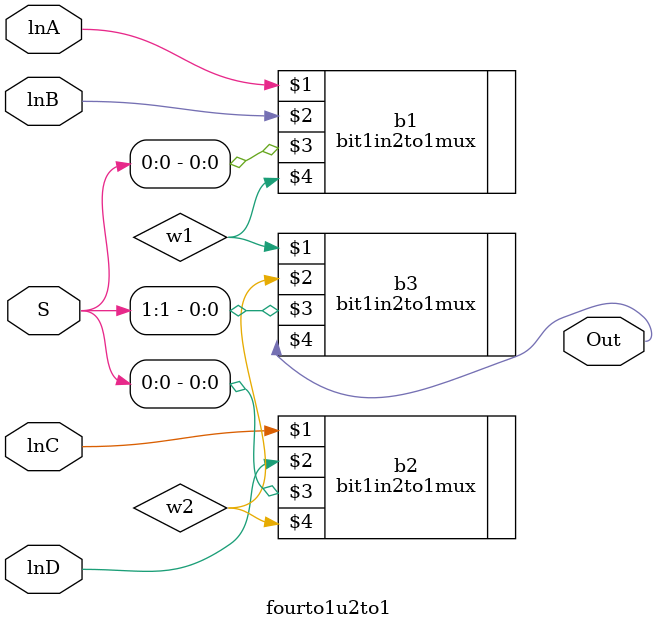
<source format=v>
module fourto1u2to1(lnA, lnB, lnC, lnD, S, Out);
	
	input lnA;
	input lnB;
	input lnC;
	input lnD;
	input [1:0] S;
	output Out; 


	wire w1;
	wire w2;
	wire w3;

	bit1in2to1mux b1(lnA, lnB, S[0], w1);
	bit1in2to1mux b2(lnC, lnD, S[0], w2);
	bit1in2to1mux b3(w1, w2, S[1], Out);
   
endmodule 
</source>
